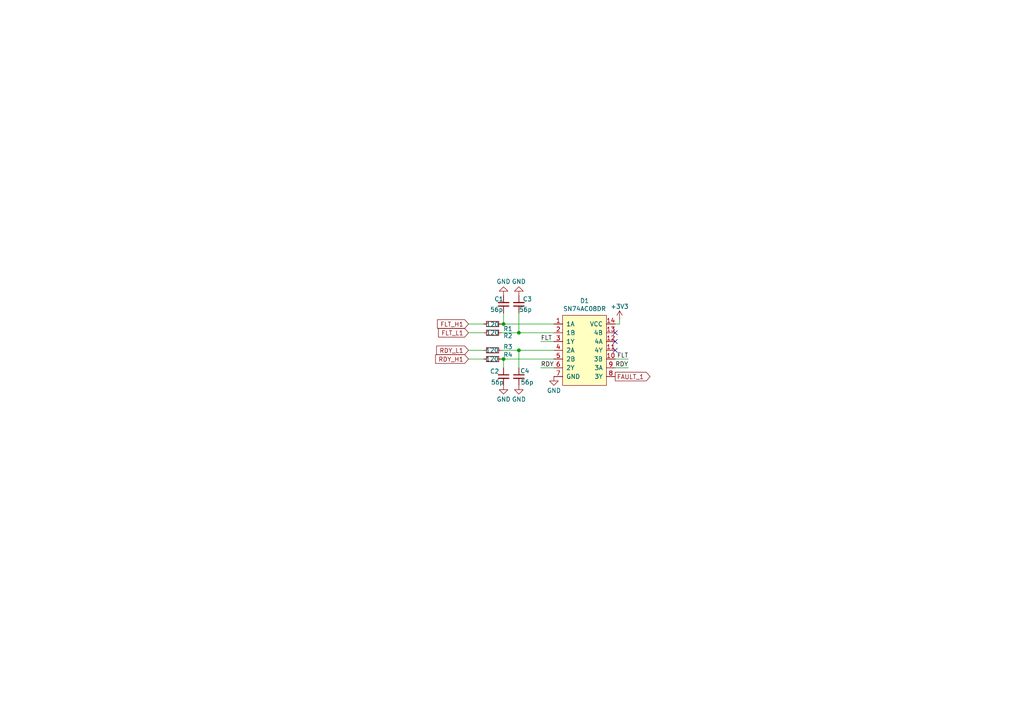
<source format=kicad_sch>
(kicad_sch (version 20211123) (generator eeschema)
  (paper "A4")
  (lib_symbols
    (symbol "Device:C_Small" (pin_numbers hide) (pin_names (offset 0.254) hide)
      (property "Reference" "C" (at 0.254 1.778 0))
      (property "Value" "C_Small" (at 0.254 -2.032 0))
      (symbol "C_Small_0_1"
        (polyline (pts (xy -1.524 -0.508) (xy 1.524 -0.508)) (stroke (width 0.3302)))
        (polyline (pts (xy -1.524 0.508) (xy 1.524 0.508)) (stroke (width 0.3048)))
      )
      (symbol "C_Small_1_1"
        (pin passive line (at 0 2.54 270) (length 2.032) (name "~") (number "1"))
        (pin passive line (at 0 -2.54 90) (length 2.032) (name "~") (number "2"))
      )
    )
    (symbol "Device:R_Small" (pin_numbers hide) (pin_names (offset 0.254) hide)
      (property "Reference" "R" (at 0.762 0.508 0))
      (property "Value" "R_Small" (at 0.762 -1.016 0))
      (symbol "R_Small_0_1"
        (rectangle (start -0.762 1.778) (end 0.762 -1.778) (stroke (width 0.2032)))
      )
      (symbol "R_Small_1_1"
        (pin passive line (at 0 2.54 270) (length 0.762) (name "~") (number "1"))
        (pin passive line (at 0 -2.54 90) (length 0.762) (name "~") (number "2"))
      )
    )
    (symbol "Logic:SN74AC08DR" (pin_names (offset 1.016))
      (property "Reference" "D" (at 0 0 0))
      (property "Value" "Logic_SN74AC08DR" (at 0 -2.54 0))
      (symbol "SN74AC08DR_0_1"
        (rectangle (start -6.35 -3.81) (end 6.35 -24.13) (fill (type background)))
      )
      (symbol "SN74AC08DR_1_1"
        (pin input line (at -8.89 -6.35 0) (length 2.54) (name "1A") (number "1"))
        (pin input line (at 8.89 -16.51 180) (length 2.54) (name "3B") (number "10"))
        (pin output line (at 8.89 -13.97 180) (length 2.54) (name "4Y") (number "11"))
        (pin input line (at 8.89 -11.43 180) (length 2.54) (name "4A") (number "12"))
        (pin input line (at 8.89 -8.89 180) (length 2.54) (name "4B") (number "13"))
        (pin input line (at 8.89 -6.35 180) (length 2.54) (name "VCC") (number "14"))
        (pin input line (at -8.89 -8.89 0) (length 2.54) (name "1B") (number "2"))
        (pin output line (at -8.89 -11.43 0) (length 2.54) (name "1Y") (number "3"))
        (pin input line (at -8.89 -13.97 0) (length 2.54) (name "2A") (number "4"))
        (pin input line (at -8.89 -16.51 0) (length 2.54) (name "2B") (number "5"))
        (pin output line (at -8.89 -19.05 0) (length 2.54) (name "2Y") (number "6"))
        (pin input line (at -8.89 -21.59 0) (length 2.54) (name "GND") (number "7"))
        (pin output line (at 8.89 -21.59 180) (length 2.54) (name "3Y") (number "8"))
        (pin input line (at 8.89 -19.05 180) (length 2.54) (name "3A") (number "9"))
      )
    )
    (symbol "power:+3.3V" (power) (pin_names (offset 0))
      (property "Value" "+3.3V" (at 0 3.556 0))
      (symbol "+3.3V_0_1"
        (polyline (pts (xy -0.762 1.27) (xy 0 2.54)))
        (polyline (pts (xy 0 0) (xy 0 2.54)))
        (polyline (pts (xy 0 2.54) (xy 0.762 1.27)))
      )
      (symbol "+3.3V_1_1"
        (pin power_in line (at 0 0 90) (length 0) hide (name "+3V3") (number "1"))
      )
    )
    (symbol "power:GND" (power) (pin_names (offset 0))
      (property "Value" "GND" (at 0 -3.81 0))
      (symbol "GND_0_1"
        (polyline (pts (xy 0 0) (xy 0 -1.27) (xy 1.27 -1.27) (xy 0 -2.54) (xy -1.27 -1.27) (xy 0 -1.27)))
      )
      (symbol "GND_1_1"
        (pin power_in line (at 0 0 270) (length 0) hide (name "GND") (number "1"))
      )
    )
  )
  (junction (at 150.495 96.52))
  (junction (at 146.05 93.98))
  (junction (at 150.495 101.6))
  (junction (at 146.05 104.14))
  (no_connect (at 178.435 101.6))
  (no_connect (at 178.435 96.52))
  (no_connect (at 178.435 99.06))
  (wire (pts (xy 150.495 90.805) (xy 150.495 96.52)))
  (wire (pts (xy 135.89 93.98) (xy 140.335 93.98)))
  (wire (pts (xy 178.435 93.98) (xy 179.705 93.98)))
  (wire (pts (xy 146.05 104.14) (xy 146.05 106.68)))
  (wire (pts (xy 135.89 104.14) (xy 140.335 104.14)))
  (wire (pts (xy 135.89 96.52) (xy 140.335 96.52)))
  (wire (pts (xy 146.05 93.98) (xy 160.655 93.98)))
  (wire (pts (xy 150.495 101.6) (xy 160.655 101.6)))
  (wire (pts (xy 150.495 101.6) (xy 150.495 106.68)))
  (wire (pts (xy 135.89 101.6) (xy 140.335 101.6)))
  (wire (pts (xy 146.05 104.14) (xy 160.655 104.14)))
  (wire (pts (xy 145.415 104.14) (xy 146.05 104.14)))
  (wire (pts (xy 150.495 96.52) (xy 160.655 96.52)))
  (wire (pts (xy 146.05 90.805) (xy 146.05 93.98)))
  (wire (pts (xy 156.845 106.68) (xy 160.655 106.68)))
  (wire (pts (xy 179.705 93.98) (xy 179.705 92.71)))
  (wire (pts (xy 145.415 93.98) (xy 146.05 93.98)))
  (wire (pts (xy 156.845 99.06) (xy 160.655 99.06)))
  (wire (pts (xy 145.415 96.52) (xy 150.495 96.52)))
  (wire (pts (xy 178.435 106.68) (xy 182.245 106.68)))
  (wire (pts (xy 145.415 101.6) (xy 150.495 101.6)))
  (wire (pts (xy 178.435 104.14) (xy 182.245 104.14)))
  (label "RDY" (at 182.245 106.68 180))
  (label "FLT" (at 156.845 99.06 0))
  (label "FLT" (at 182.245 104.14 180))
  (label "RDY" (at 156.845 106.68 0))
  (global_label "FLT_H1" (shape input) (at 135.89 93.98 180) (property "Intersheet References" "${INTERSHEET_REFS}" (effects hide)))
  (global_label "RDY_H1" (shape input) (at 135.89 104.14 180) (property "Intersheet References" "${INTERSHEET_REFS}" (effects hide)))
  (global_label "RDY_L1" (shape input) (at 135.89 101.6 180) (property "Intersheet References" "${INTERSHEET_REFS}" (effects hide)))
  (global_label "FAULT_1" (shape output) (at 178.435 109.22 0) (property "Intersheet References" "${INTERSHEET_REFS}" (effects hide)))
  (global_label "FLT_L1" (shape input) (at 135.89 96.52 180) (property "Intersheet References" "${INTERSHEET_REFS}" (effects hide)))
  (symbol (lib_id "Device:C_Small") (at 150.495 109.22 0) (unit 1)
    (property "Reference" "C4" (at 150.876 107.569 0) (effects (justify left)))
    (property "Value" "56p" (at 151.003 110.871 0) (effects (justify left)))
    (property "Footprint" "Capacitor_SMD:C_0805_2012Metric_Pad1.18x1.45mm_HandSolder" (effects hide))
  )
  (symbol (lib_id "Logic:SN74AC08DR") (at 169.545 87.63 0) (unit 1)
    (property "Reference" "D1" (at 169.545 87.249 0))
    (property "Value" "SN74AC08DR" (at 169.545 89.5604 0))
    (property "Footprint" "Package_SO:SOIC-14_3.9x8.7mm_P1.27mm" (effects hide))
  )
  (symbol (lib_id "Device:R_Small") (at 142.875 104.14 270) (unit 1)
    (property "Reference" "R4" (at 147.32 102.87 90))
    (property "Value" "120" (at 142.748 104.14 90))
    (property "Footprint" "Resistor_SMD:R_0805_2012Metric_Pad1.20x1.40mm_HandSolder" (effects hide))
  )
  (symbol (lib_id "power:GND") (at 146.05 111.76 0) (unit 1)
    (property "Reference" "#PWR02" (effects hide))
    (property "Value" "GND" (at 144.018 115.824 0) (effects (justify left)))
  )
  (symbol (lib_id "Device:C_Small") (at 146.05 109.22 0) (unit 1)
    (property "Reference" "C2" (at 142.113 107.696 0) (effects (justify left)))
    (property "Value" "56p" (at 142.367 110.871 0) (effects (justify left)))
    (property "Footprint" "Capacitor_SMD:C_0805_2012Metric_Pad1.18x1.45mm_HandSolder" (effects hide))
  )
  (symbol (lib_id "power:GND") (at 150.495 85.725 180) (unit 1)
    (property "Reference" "#PWR03" (effects hide))
    (property "Value" "GND" (at 152.527 81.661 0) (effects (justify left)))
  )
  (symbol (lib_id "Device:R_Small") (at 142.875 96.52 270) (unit 1)
    (property "Reference" "R2" (at 147.32 97.409 90))
    (property "Value" "120" (at 142.875 96.52 90))
    (property "Footprint" "Resistor_SMD:R_0805_2012Metric_Pad1.20x1.40mm_HandSolder" (effects hide))
  )
  (symbol (lib_id "power:+3.3V") (at 179.705 92.71 0) (unit 1)
    (property "Reference" "#PWR06" (effects hide))
    (property "Value" "+3.3V" (at 179.705 88.9 0))
  )
  (symbol (lib_id "Device:C_Small") (at 150.495 88.265 180) (unit 1)
    (property "Reference" "C3" (at 154.305 86.741 0) (effects (justify left)))
    (property "Value" "56p" (at 154.305 89.789 0) (effects (justify left)))
    (property "Footprint" "Capacitor_SMD:C_0805_2012Metric_Pad1.18x1.45mm_HandSolder" (effects hide))
  )
  (symbol (lib_id "power:GND") (at 146.05 85.725 180) (unit 1)
    (property "Reference" "#PWR01" (effects hide))
    (property "Value" "GND" (at 148.082 81.661 0) (effects (justify left)))
  )
  (symbol (lib_id "Device:R_Small") (at 142.875 101.6 270) (unit 1)
    (property "Reference" "R3" (at 147.32 100.584 90))
    (property "Value" "120" (at 142.748 101.6 90))
    (property "Footprint" "Resistor_SMD:R_0805_2012Metric_Pad1.20x1.40mm_HandSolder" (effects hide))
  )
  (symbol (lib_id "power:GND") (at 150.495 111.76 0) (unit 1)
    (property "Reference" "#PWR04" (effects hide))
    (property "Value" "GND" (at 148.463 115.824 0) (effects (justify left)))
  )
  (symbol (lib_id "power:GND") (at 160.655 109.22 0) (unit 1)
    (property "Reference" "#PWR05" (effects hide))
    (property "Value" "GND" (at 158.623 113.284 0) (effects (justify left)))
  )
  (symbol (lib_id "Device:R_Small") (at 142.875 93.98 270) (unit 1)
    (property "Reference" "R1" (at 147.32 95.377 90))
    (property "Value" "120" (at 142.875 94.107 90))
    (property "Footprint" "Resistor_SMD:R_0805_2012Metric_Pad1.20x1.40mm_HandSolder" (effects hide))
  )
  (symbol (lib_id "Device:C_Small") (at 146.05 88.265 180) (unit 1)
    (property "Reference" "C1" (at 146.05 86.741 0) (effects (justify left)))
    (property "Value" "56p" (at 145.923 89.789 0) (effects (justify left)))
    (property "Footprint" "Capacitor_SMD:C_0805_2012Metric_Pad1.18x1.45mm_HandSolder" (effects hide))
  )
)
</source>
